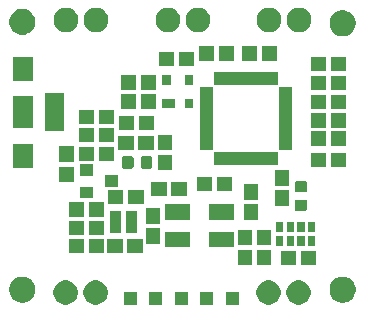
<source format=gbr>
%TF.GenerationSoftware,KiCad,Pcbnew,(5.1.6)-1*%
%TF.CreationDate,2020-12-06T14:18:51+01:00*%
%TF.ProjectId,Kicad_Smart_Watch,4b696361-645f-4536-9d61-72745f576174,rev?*%
%TF.SameCoordinates,Original*%
%TF.FileFunction,Soldermask,Top*%
%TF.FilePolarity,Negative*%
%FSLAX46Y46*%
G04 Gerber Fmt 4.6, Leading zero omitted, Abs format (unit mm)*
G04 Created by KiCad (PCBNEW (5.1.6)-1) date 2020-12-06 14:18:51*
%MOMM*%
%LPD*%
G01*
G04 APERTURE LIST*
%ADD10C,0.100000*%
G04 APERTURE END LIST*
D10*
G36*
X102354200Y-96423300D02*
G01*
X101252200Y-96423300D01*
X101252200Y-95321300D01*
X102354200Y-95321300D01*
X102354200Y-96423300D01*
G37*
G36*
X104513200Y-96423300D02*
G01*
X103411200Y-96423300D01*
X103411200Y-95321300D01*
X104513200Y-95321300D01*
X104513200Y-96423300D01*
G37*
G36*
X106697600Y-96423300D02*
G01*
X105595600Y-96423300D01*
X105595600Y-95321300D01*
X106697600Y-95321300D01*
X106697600Y-96423300D01*
G37*
G36*
X100169800Y-96423300D02*
G01*
X99067800Y-96423300D01*
X99067800Y-95321300D01*
X100169800Y-95321300D01*
X100169800Y-96423300D01*
G37*
G36*
X98010800Y-96423300D02*
G01*
X96908800Y-96423300D01*
X96908800Y-95321300D01*
X98010800Y-95321300D01*
X98010800Y-96423300D01*
G37*
G36*
X112012965Y-94375620D02*
G01*
X112202488Y-94454123D01*
X112373054Y-94568092D01*
X112518108Y-94713146D01*
X112518109Y-94713148D01*
X112632078Y-94883714D01*
X112710580Y-95073235D01*
X112742049Y-95231439D01*
X112750600Y-95274431D01*
X112750600Y-95479569D01*
X112710580Y-95680765D01*
X112632077Y-95870288D01*
X112518108Y-96040854D01*
X112373054Y-96185908D01*
X112202488Y-96299877D01*
X112202487Y-96299878D01*
X112202486Y-96299878D01*
X112012965Y-96378380D01*
X111811770Y-96418400D01*
X111606630Y-96418400D01*
X111405435Y-96378380D01*
X111215914Y-96299878D01*
X111215913Y-96299878D01*
X111215912Y-96299877D01*
X111045346Y-96185908D01*
X110900292Y-96040854D01*
X110786323Y-95870288D01*
X110707820Y-95680765D01*
X110667800Y-95479569D01*
X110667800Y-95274431D01*
X110676352Y-95231439D01*
X110707820Y-95073235D01*
X110786322Y-94883714D01*
X110900291Y-94713148D01*
X110900292Y-94713146D01*
X111045346Y-94568092D01*
X111215912Y-94454123D01*
X111405435Y-94375620D01*
X111606630Y-94335600D01*
X111811770Y-94335600D01*
X112012965Y-94375620D01*
G37*
G36*
X92302565Y-94375620D02*
G01*
X92492088Y-94454123D01*
X92662654Y-94568092D01*
X92807708Y-94713146D01*
X92807709Y-94713148D01*
X92921678Y-94883714D01*
X93000180Y-95073235D01*
X93031649Y-95231439D01*
X93040200Y-95274431D01*
X93040200Y-95479569D01*
X93000180Y-95680765D01*
X92921677Y-95870288D01*
X92807708Y-96040854D01*
X92662654Y-96185908D01*
X92492088Y-96299877D01*
X92492087Y-96299878D01*
X92492086Y-96299878D01*
X92302565Y-96378380D01*
X92101370Y-96418400D01*
X91896230Y-96418400D01*
X91695035Y-96378380D01*
X91505514Y-96299878D01*
X91505513Y-96299878D01*
X91505512Y-96299877D01*
X91334946Y-96185908D01*
X91189892Y-96040854D01*
X91075923Y-95870288D01*
X90997420Y-95680765D01*
X90957400Y-95479569D01*
X90957400Y-95274431D01*
X90965952Y-95231439D01*
X90997420Y-95073235D01*
X91075922Y-94883714D01*
X91189891Y-94713148D01*
X91189892Y-94713146D01*
X91334946Y-94568092D01*
X91505512Y-94454123D01*
X91695035Y-94375620D01*
X91896230Y-94335600D01*
X92101370Y-94335600D01*
X92302565Y-94375620D01*
G37*
G36*
X94842565Y-94375620D02*
G01*
X95032088Y-94454123D01*
X95202654Y-94568092D01*
X95347708Y-94713146D01*
X95347709Y-94713148D01*
X95461678Y-94883714D01*
X95540180Y-95073235D01*
X95571649Y-95231439D01*
X95580200Y-95274431D01*
X95580200Y-95479569D01*
X95540180Y-95680765D01*
X95461677Y-95870288D01*
X95347708Y-96040854D01*
X95202654Y-96185908D01*
X95032088Y-96299877D01*
X95032087Y-96299878D01*
X95032086Y-96299878D01*
X94842565Y-96378380D01*
X94641370Y-96418400D01*
X94436230Y-96418400D01*
X94235035Y-96378380D01*
X94045514Y-96299878D01*
X94045513Y-96299878D01*
X94045512Y-96299877D01*
X93874946Y-96185908D01*
X93729892Y-96040854D01*
X93615923Y-95870288D01*
X93537420Y-95680765D01*
X93497400Y-95479569D01*
X93497400Y-95274431D01*
X93505952Y-95231439D01*
X93537420Y-95073235D01*
X93615922Y-94883714D01*
X93729891Y-94713148D01*
X93729892Y-94713146D01*
X93874946Y-94568092D01*
X94045512Y-94454123D01*
X94235035Y-94375620D01*
X94436230Y-94335600D01*
X94641370Y-94335600D01*
X94842565Y-94375620D01*
G37*
G36*
X109472965Y-94375620D02*
G01*
X109662488Y-94454123D01*
X109833054Y-94568092D01*
X109978108Y-94713146D01*
X109978109Y-94713148D01*
X110092078Y-94883714D01*
X110170580Y-95073235D01*
X110202049Y-95231439D01*
X110210600Y-95274431D01*
X110210600Y-95479569D01*
X110170580Y-95680765D01*
X110092077Y-95870288D01*
X109978108Y-96040854D01*
X109833054Y-96185908D01*
X109662488Y-96299877D01*
X109662487Y-96299878D01*
X109662486Y-96299878D01*
X109472965Y-96378380D01*
X109271770Y-96418400D01*
X109066630Y-96418400D01*
X108865435Y-96378380D01*
X108675914Y-96299878D01*
X108675913Y-96299878D01*
X108675912Y-96299877D01*
X108505346Y-96185908D01*
X108360292Y-96040854D01*
X108246323Y-95870288D01*
X108167820Y-95680765D01*
X108127800Y-95479569D01*
X108127800Y-95274431D01*
X108136352Y-95231439D01*
X108167820Y-95073235D01*
X108246322Y-94883714D01*
X108360291Y-94713148D01*
X108360292Y-94713146D01*
X108505346Y-94568092D01*
X108675912Y-94454123D01*
X108865435Y-94375620D01*
X109066630Y-94335600D01*
X109271770Y-94335600D01*
X109472965Y-94375620D01*
G37*
G36*
X88543295Y-94043156D02*
G01*
X88649650Y-94064311D01*
X88850020Y-94147307D01*
X89030344Y-94267795D01*
X89183705Y-94421156D01*
X89304193Y-94601480D01*
X89387189Y-94801851D01*
X89429500Y-95014560D01*
X89429500Y-95231440D01*
X89387189Y-95444149D01*
X89304193Y-95644520D01*
X89183705Y-95824844D01*
X89030344Y-95978205D01*
X88850020Y-96098693D01*
X88749834Y-96140191D01*
X88649650Y-96181689D01*
X88543295Y-96202844D01*
X88436940Y-96224000D01*
X88220060Y-96224000D01*
X88113705Y-96202844D01*
X88007350Y-96181689D01*
X87806980Y-96098693D01*
X87626656Y-95978205D01*
X87473295Y-95824844D01*
X87352807Y-95644520D01*
X87269811Y-95444149D01*
X87227500Y-95231440D01*
X87227500Y-95014560D01*
X87269811Y-94801851D01*
X87352807Y-94601480D01*
X87473295Y-94421156D01*
X87626656Y-94267795D01*
X87806980Y-94147307D01*
X88007350Y-94064311D01*
X88113705Y-94043156D01*
X88220060Y-94022000D01*
X88436940Y-94022000D01*
X88543295Y-94043156D01*
G37*
G36*
X115657795Y-94043156D02*
G01*
X115764150Y-94064311D01*
X115964520Y-94147307D01*
X116144844Y-94267795D01*
X116298205Y-94421156D01*
X116418693Y-94601480D01*
X116501689Y-94801851D01*
X116544000Y-95014560D01*
X116544000Y-95231440D01*
X116501689Y-95444149D01*
X116418693Y-95644520D01*
X116298205Y-95824844D01*
X116144844Y-95978205D01*
X115964520Y-96098693D01*
X115864334Y-96140191D01*
X115764150Y-96181689D01*
X115657795Y-96202844D01*
X115551440Y-96224000D01*
X115334560Y-96224000D01*
X115228205Y-96202844D01*
X115121850Y-96181689D01*
X114921480Y-96098693D01*
X114741156Y-95978205D01*
X114587795Y-95824844D01*
X114467307Y-95644520D01*
X114384311Y-95444149D01*
X114342000Y-95231440D01*
X114342000Y-95014560D01*
X114384311Y-94801851D01*
X114467307Y-94601480D01*
X114587795Y-94421156D01*
X114741156Y-94267795D01*
X114921480Y-94147307D01*
X115121850Y-94064311D01*
X115228205Y-94043156D01*
X115334560Y-94022000D01*
X115551440Y-94022000D01*
X115657795Y-94043156D01*
G37*
G36*
X109388910Y-93082110D02*
G01*
X108187490Y-93082110D01*
X108187490Y-91779090D01*
X109388910Y-91779090D01*
X109388910Y-93082110D01*
G37*
G36*
X113232410Y-93082110D02*
G01*
X111929390Y-93082110D01*
X111929390Y-91880690D01*
X113232410Y-91880690D01*
X113232410Y-93082110D01*
G37*
G36*
X111535690Y-93082110D02*
G01*
X110232670Y-93082110D01*
X110232670Y-91880690D01*
X111535690Y-91880690D01*
X111535690Y-93082110D01*
G37*
G36*
X107814110Y-93082110D02*
G01*
X106612690Y-93082110D01*
X106612690Y-91779090D01*
X107814110Y-91779090D01*
X107814110Y-93082110D01*
G37*
G36*
X98527870Y-92066110D02*
G01*
X97224850Y-92066110D01*
X97224850Y-90864690D01*
X98527870Y-90864690D01*
X98527870Y-92066110D01*
G37*
G36*
X96831150Y-92066110D02*
G01*
X95528130Y-92066110D01*
X95528130Y-90864690D01*
X96831150Y-90864690D01*
X96831150Y-92066110D01*
G37*
G36*
X93579950Y-92066110D02*
G01*
X92276930Y-92066110D01*
X92276930Y-90864690D01*
X93579950Y-90864690D01*
X93579950Y-92066110D01*
G37*
G36*
X95276670Y-92066110D02*
G01*
X93973650Y-92066110D01*
X93973650Y-90864690D01*
X95276670Y-90864690D01*
X95276670Y-92066110D01*
G37*
G36*
X106227880Y-91512390D02*
G01*
X104124760Y-91512390D01*
X104124760Y-90209370D01*
X106227880Y-90209370D01*
X106227880Y-91512390D01*
G37*
G36*
X102529640Y-91512390D02*
G01*
X100426520Y-91512390D01*
X100426520Y-90209370D01*
X102529640Y-90209370D01*
X102529640Y-91512390D01*
G37*
G36*
X112231600Y-91475000D02*
G01*
X111629600Y-91475000D01*
X111629600Y-90573000D01*
X112231600Y-90573000D01*
X112231600Y-91475000D01*
G37*
G36*
X113131600Y-91475000D02*
G01*
X112529600Y-91475000D01*
X112529600Y-90573000D01*
X113131600Y-90573000D01*
X113131600Y-91475000D01*
G37*
G36*
X111331600Y-91475000D02*
G01*
X110729600Y-91475000D01*
X110729600Y-90573000D01*
X111331600Y-90573000D01*
X111331600Y-91475000D01*
G37*
G36*
X110431600Y-91475000D02*
G01*
X109829600Y-91475000D01*
X109829600Y-90573000D01*
X110431600Y-90573000D01*
X110431600Y-91475000D01*
G37*
G36*
X107814110Y-91385390D02*
G01*
X106612690Y-91385390D01*
X106612690Y-90082370D01*
X107814110Y-90082370D01*
X107814110Y-91385390D01*
G37*
G36*
X109388910Y-91385390D02*
G01*
X108187490Y-91385390D01*
X108187490Y-90082370D01*
X109388910Y-90082370D01*
X109388910Y-91385390D01*
G37*
G36*
X99990910Y-91238070D02*
G01*
X98789490Y-91238070D01*
X98789490Y-89935050D01*
X99990910Y-89935050D01*
X99990910Y-91238070D01*
G37*
G36*
X95276670Y-90542110D02*
G01*
X93973650Y-90542110D01*
X93973650Y-89340690D01*
X95276670Y-89340690D01*
X95276670Y-90542110D01*
G37*
G36*
X93579950Y-90542110D02*
G01*
X92276930Y-90542110D01*
X92276930Y-89340690D01*
X93579950Y-89340690D01*
X93579950Y-90542110D01*
G37*
G36*
X96697000Y-90344000D02*
G01*
X95735000Y-90344000D01*
X95735000Y-88472000D01*
X96697000Y-88472000D01*
X96697000Y-90344000D01*
G37*
G36*
X98067000Y-90344000D02*
G01*
X97105000Y-90344000D01*
X97105000Y-88472000D01*
X98067000Y-88472000D01*
X98067000Y-90344000D01*
G37*
G36*
X110431600Y-90275000D02*
G01*
X109829600Y-90275000D01*
X109829600Y-89373000D01*
X110431600Y-89373000D01*
X110431600Y-90275000D01*
G37*
G36*
X111331600Y-90275000D02*
G01*
X110729600Y-90275000D01*
X110729600Y-89373000D01*
X111331600Y-89373000D01*
X111331600Y-90275000D01*
G37*
G36*
X112231600Y-90275000D02*
G01*
X111629600Y-90275000D01*
X111629600Y-89373000D01*
X112231600Y-89373000D01*
X112231600Y-90275000D01*
G37*
G36*
X113131600Y-90275000D02*
G01*
X112529600Y-90275000D01*
X112529600Y-89373000D01*
X113131600Y-89373000D01*
X113131600Y-90275000D01*
G37*
G36*
X99990910Y-89541350D02*
G01*
X98789490Y-89541350D01*
X98789490Y-88238330D01*
X99990910Y-88238330D01*
X99990910Y-89541350D01*
G37*
G36*
X102529640Y-89216230D02*
G01*
X100426520Y-89216230D01*
X100426520Y-87913210D01*
X102529640Y-87913210D01*
X102529640Y-89216230D01*
G37*
G36*
X106227880Y-89216230D02*
G01*
X104124760Y-89216230D01*
X104124760Y-87913210D01*
X106227880Y-87913210D01*
X106227880Y-89216230D01*
G37*
G36*
X108296710Y-89206070D02*
G01*
X107095290Y-89206070D01*
X107095290Y-87903050D01*
X108296710Y-87903050D01*
X108296710Y-89206070D01*
G37*
G36*
X93579950Y-88941910D02*
G01*
X92276930Y-88941910D01*
X92276930Y-87740490D01*
X93579950Y-87740490D01*
X93579950Y-88941910D01*
G37*
G36*
X95276670Y-88941910D02*
G01*
X93973650Y-88941910D01*
X93973650Y-87740490D01*
X95276670Y-87740490D01*
X95276670Y-88941910D01*
G37*
G36*
X112291991Y-87501285D02*
G01*
X112325969Y-87511593D01*
X112357290Y-87528334D01*
X112384739Y-87550861D01*
X112407266Y-87578310D01*
X112424007Y-87609631D01*
X112434315Y-87643609D01*
X112438400Y-87685090D01*
X112438400Y-88286310D01*
X112434315Y-88327791D01*
X112424007Y-88361769D01*
X112407266Y-88393090D01*
X112384739Y-88420539D01*
X112357290Y-88443066D01*
X112325969Y-88459807D01*
X112291991Y-88470115D01*
X112250510Y-88474200D01*
X111574290Y-88474200D01*
X111532809Y-88470115D01*
X111498831Y-88459807D01*
X111467510Y-88443066D01*
X111440061Y-88420539D01*
X111417534Y-88393090D01*
X111400793Y-88361769D01*
X111390485Y-88327791D01*
X111386400Y-88286310D01*
X111386400Y-87685090D01*
X111390485Y-87643609D01*
X111400793Y-87609631D01*
X111417534Y-87578310D01*
X111440061Y-87550861D01*
X111467510Y-87528334D01*
X111498831Y-87511593D01*
X111532809Y-87501285D01*
X111574290Y-87497200D01*
X112250510Y-87497200D01*
X112291991Y-87501285D01*
G37*
G36*
X110912910Y-88012270D02*
G01*
X109711490Y-88012270D01*
X109711490Y-86709250D01*
X110912910Y-86709250D01*
X110912910Y-88012270D01*
G37*
G36*
X96894650Y-87913210D02*
G01*
X95591630Y-87913210D01*
X95591630Y-86711790D01*
X96894650Y-86711790D01*
X96894650Y-87913210D01*
G37*
G36*
X98591370Y-87913210D02*
G01*
X97288350Y-87913210D01*
X97288350Y-86711790D01*
X98591370Y-86711790D01*
X98591370Y-87913210D01*
G37*
G36*
X108296710Y-87509350D02*
G01*
X107095290Y-87509350D01*
X107095290Y-86206330D01*
X108296710Y-86206330D01*
X108296710Y-87509350D01*
G37*
G36*
X94320360Y-87403940D02*
G01*
X93218000Y-87403940D01*
X93218000Y-86403180D01*
X94320360Y-86403180D01*
X94320360Y-87403940D01*
G37*
G36*
X100564950Y-87189310D02*
G01*
X99261930Y-87189310D01*
X99261930Y-85987890D01*
X100564950Y-85987890D01*
X100564950Y-87189310D01*
G37*
G36*
X102261670Y-87189310D02*
G01*
X100958650Y-87189310D01*
X100958650Y-85987890D01*
X102261670Y-85987890D01*
X102261670Y-87189310D01*
G37*
G36*
X112291991Y-85926285D02*
G01*
X112325969Y-85936593D01*
X112357290Y-85953334D01*
X112384739Y-85975861D01*
X112407266Y-86003310D01*
X112424007Y-86034631D01*
X112434315Y-86068609D01*
X112438400Y-86110090D01*
X112438400Y-86711310D01*
X112434315Y-86752791D01*
X112424007Y-86786769D01*
X112407266Y-86818090D01*
X112384739Y-86845539D01*
X112357290Y-86868066D01*
X112325969Y-86884807D01*
X112291991Y-86895115D01*
X112250510Y-86899200D01*
X111574290Y-86899200D01*
X111532809Y-86895115D01*
X111498831Y-86884807D01*
X111467510Y-86868066D01*
X111440061Y-86845539D01*
X111417534Y-86818090D01*
X111400793Y-86786769D01*
X111390485Y-86752791D01*
X111386400Y-86711310D01*
X111386400Y-86110090D01*
X111390485Y-86068609D01*
X111400793Y-86034631D01*
X111417534Y-86003310D01*
X111440061Y-85975861D01*
X111467510Y-85953334D01*
X111498831Y-85936593D01*
X111532809Y-85926285D01*
X111574290Y-85922200D01*
X112250510Y-85922200D01*
X112291991Y-85926285D01*
G37*
G36*
X106122470Y-86808310D02*
G01*
X104819450Y-86808310D01*
X104819450Y-85606890D01*
X106122470Y-85606890D01*
X106122470Y-86808310D01*
G37*
G36*
X104425750Y-86808310D02*
G01*
X103122730Y-86808310D01*
X103122730Y-85606890D01*
X104425750Y-85606890D01*
X104425750Y-86808310D01*
G37*
G36*
X96418400Y-86453980D02*
G01*
X95316040Y-86453980D01*
X95316040Y-85453220D01*
X96418400Y-85453220D01*
X96418400Y-86453980D01*
G37*
G36*
X110912910Y-86315550D02*
G01*
X109711490Y-86315550D01*
X109711490Y-85012530D01*
X110912910Y-85012530D01*
X110912910Y-86315550D01*
G37*
G36*
X92675710Y-86005670D02*
G01*
X91474290Y-86005670D01*
X91474290Y-84702650D01*
X92675710Y-84702650D01*
X92675710Y-86005670D01*
G37*
G36*
X94320360Y-85504020D02*
G01*
X93218000Y-85504020D01*
X93218000Y-84503260D01*
X94320360Y-84503260D01*
X94320360Y-85504020D01*
G37*
G36*
X100981510Y-85025210D02*
G01*
X99780090Y-85025210D01*
X99780090Y-83722190D01*
X100981510Y-83722190D01*
X100981510Y-85025210D01*
G37*
G36*
X97598591Y-83831485D02*
G01*
X97632569Y-83841793D01*
X97663890Y-83858534D01*
X97691339Y-83881061D01*
X97713866Y-83908510D01*
X97730607Y-83939831D01*
X97740915Y-83973809D01*
X97745000Y-84015290D01*
X97745000Y-84691510D01*
X97740915Y-84732991D01*
X97730607Y-84766969D01*
X97713866Y-84798290D01*
X97691339Y-84825739D01*
X97663890Y-84848266D01*
X97632569Y-84865007D01*
X97598591Y-84875315D01*
X97557110Y-84879400D01*
X96955890Y-84879400D01*
X96914409Y-84875315D01*
X96880431Y-84865007D01*
X96849110Y-84848266D01*
X96821661Y-84825739D01*
X96799134Y-84798290D01*
X96782393Y-84766969D01*
X96772085Y-84732991D01*
X96768000Y-84691510D01*
X96768000Y-84015290D01*
X96772085Y-83973809D01*
X96782393Y-83939831D01*
X96799134Y-83908510D01*
X96821661Y-83881061D01*
X96849110Y-83858534D01*
X96880431Y-83841793D01*
X96914409Y-83831485D01*
X96955890Y-83827400D01*
X97557110Y-83827400D01*
X97598591Y-83831485D01*
G37*
G36*
X99173591Y-83831485D02*
G01*
X99207569Y-83841793D01*
X99238890Y-83858534D01*
X99266339Y-83881061D01*
X99288866Y-83908510D01*
X99305607Y-83939831D01*
X99315915Y-83973809D01*
X99320000Y-84015290D01*
X99320000Y-84691510D01*
X99315915Y-84732991D01*
X99305607Y-84766969D01*
X99288866Y-84798290D01*
X99266339Y-84825739D01*
X99238890Y-84848266D01*
X99207569Y-84865007D01*
X99173591Y-84875315D01*
X99132110Y-84879400D01*
X98530890Y-84879400D01*
X98489409Y-84875315D01*
X98455431Y-84865007D01*
X98424110Y-84848266D01*
X98396661Y-84825739D01*
X98374134Y-84798290D01*
X98357393Y-84766969D01*
X98347085Y-84732991D01*
X98343000Y-84691510D01*
X98343000Y-84015290D01*
X98347085Y-83973809D01*
X98357393Y-83939831D01*
X98374134Y-83908510D01*
X98396661Y-83881061D01*
X98424110Y-83858534D01*
X98455431Y-83841793D01*
X98489409Y-83831485D01*
X98530890Y-83827400D01*
X99132110Y-83827400D01*
X99173591Y-83831485D01*
G37*
G36*
X89242900Y-84790280D02*
G01*
X87541100Y-84790280D01*
X87541100Y-82788760D01*
X89242900Y-82788760D01*
X89242900Y-84790280D01*
G37*
G36*
X115749070Y-84750910D02*
G01*
X114446050Y-84750910D01*
X114446050Y-83549490D01*
X115749070Y-83549490D01*
X115749070Y-84750910D01*
G37*
G36*
X114052350Y-84750910D02*
G01*
X112749330Y-84750910D01*
X112749330Y-83549490D01*
X114052350Y-83549490D01*
X114052350Y-84750910D01*
G37*
G36*
X109957900Y-83438299D02*
G01*
X109957900Y-84548300D01*
X104595900Y-84548300D01*
X104595900Y-83438299D01*
X104595682Y-83436082D01*
X104597899Y-83436300D01*
X109955901Y-83436300D01*
X109958118Y-83436082D01*
X109957900Y-83438299D01*
G37*
G36*
X92675710Y-84308950D02*
G01*
X91474290Y-84308950D01*
X91474290Y-83005930D01*
X92675710Y-83005930D01*
X92675710Y-84308950D01*
G37*
G36*
X96127570Y-84217510D02*
G01*
X94824550Y-84217510D01*
X94824550Y-83016090D01*
X96127570Y-83016090D01*
X96127570Y-84217510D01*
G37*
G36*
X94430850Y-84217510D02*
G01*
X93127830Y-84217510D01*
X93127830Y-83016090D01*
X94430850Y-83016090D01*
X94430850Y-84217510D01*
G37*
G36*
X100981510Y-83328490D02*
G01*
X99780090Y-83328490D01*
X99780090Y-82025470D01*
X100981510Y-82025470D01*
X100981510Y-83328490D01*
G37*
G36*
X104472900Y-77953299D02*
G01*
X104472900Y-83311301D01*
X104473118Y-83313518D01*
X104470901Y-83313300D01*
X103360900Y-83313300D01*
X103360900Y-77951300D01*
X104470901Y-77951300D01*
X104473118Y-77951082D01*
X104472900Y-77953299D01*
G37*
G36*
X110082899Y-77951300D02*
G01*
X111192900Y-77951300D01*
X111192900Y-83313300D01*
X110082899Y-83313300D01*
X110080682Y-83313518D01*
X110080900Y-83311301D01*
X110080900Y-77953299D01*
X110080682Y-77951082D01*
X110082899Y-77951300D01*
G37*
G36*
X99465810Y-83303110D02*
G01*
X98162790Y-83303110D01*
X98162790Y-82101690D01*
X99465810Y-82101690D01*
X99465810Y-83303110D01*
G37*
G36*
X97769090Y-83303110D02*
G01*
X96466070Y-83303110D01*
X96466070Y-82101690D01*
X97769090Y-82101690D01*
X97769090Y-83303110D01*
G37*
G36*
X115749070Y-82934810D02*
G01*
X114446050Y-82934810D01*
X114446050Y-81733390D01*
X115749070Y-81733390D01*
X115749070Y-82934810D01*
G37*
G36*
X114052350Y-82934810D02*
G01*
X112749330Y-82934810D01*
X112749330Y-81733390D01*
X114052350Y-81733390D01*
X114052350Y-82934810D01*
G37*
G36*
X94430850Y-82617310D02*
G01*
X93127830Y-82617310D01*
X93127830Y-81415890D01*
X94430850Y-81415890D01*
X94430850Y-82617310D01*
G37*
G36*
X96127570Y-82617310D02*
G01*
X94824550Y-82617310D01*
X94824550Y-81415890D01*
X96127570Y-81415890D01*
X96127570Y-82617310D01*
G37*
G36*
X91890850Y-81710530D02*
G01*
X90288110Y-81710530D01*
X90288110Y-78512670D01*
X91890850Y-78512670D01*
X91890850Y-81710530D01*
G37*
G36*
X97796350Y-81626710D02*
G01*
X96493330Y-81626710D01*
X96493330Y-80425290D01*
X97796350Y-80425290D01*
X97796350Y-81626710D01*
G37*
G36*
X99493070Y-81626710D02*
G01*
X98190050Y-81626710D01*
X98190050Y-80425290D01*
X99493070Y-80425290D01*
X99493070Y-81626710D01*
G37*
G36*
X89242900Y-81462880D02*
G01*
X87541100Y-81462880D01*
X87541100Y-78760320D01*
X89242900Y-78760320D01*
X89242900Y-81462880D01*
G37*
G36*
X114052350Y-81410810D02*
G01*
X112749330Y-81410810D01*
X112749330Y-80209390D01*
X114052350Y-80209390D01*
X114052350Y-81410810D01*
G37*
G36*
X115749070Y-81410810D02*
G01*
X114446050Y-81410810D01*
X114446050Y-80209390D01*
X115749070Y-80209390D01*
X115749070Y-81410810D01*
G37*
G36*
X94430850Y-81118710D02*
G01*
X93127830Y-81118710D01*
X93127830Y-79917290D01*
X94430850Y-79917290D01*
X94430850Y-81118710D01*
G37*
G36*
X96127570Y-81118710D02*
G01*
X94824550Y-81118710D01*
X94824550Y-79917290D01*
X96127570Y-79917290D01*
X96127570Y-81118710D01*
G37*
G36*
X115749070Y-79823310D02*
G01*
X114446050Y-79823310D01*
X114446050Y-78621890D01*
X115749070Y-78621890D01*
X115749070Y-79823310D01*
G37*
G36*
X114052350Y-79823310D02*
G01*
X112749330Y-79823310D01*
X112749330Y-78621890D01*
X114052350Y-78621890D01*
X114052350Y-79823310D01*
G37*
G36*
X99670870Y-79797910D02*
G01*
X98367850Y-79797910D01*
X98367850Y-78596490D01*
X99670870Y-78596490D01*
X99670870Y-79797910D01*
G37*
G36*
X97974150Y-79797910D02*
G01*
X96671130Y-79797910D01*
X96671130Y-78596490D01*
X97974150Y-78596490D01*
X97974150Y-79797910D01*
G37*
G36*
X102799400Y-79785400D02*
G01*
X102097400Y-79785400D01*
X102097400Y-78983400D01*
X102799400Y-78983400D01*
X102799400Y-79785400D01*
G37*
G36*
X101299400Y-79785400D02*
G01*
X100197400Y-79785400D01*
X100197400Y-78983400D01*
X101299400Y-78983400D01*
X101299400Y-79785400D01*
G37*
G36*
X114052350Y-78235810D02*
G01*
X112749330Y-78235810D01*
X112749330Y-77034390D01*
X114052350Y-77034390D01*
X114052350Y-78235810D01*
G37*
G36*
X115749070Y-78235810D02*
G01*
X114446050Y-78235810D01*
X114446050Y-77034390D01*
X115749070Y-77034390D01*
X115749070Y-78235810D01*
G37*
G36*
X99670870Y-78197710D02*
G01*
X98367850Y-78197710D01*
X98367850Y-76996290D01*
X99670870Y-76996290D01*
X99670870Y-78197710D01*
G37*
G36*
X97974150Y-78197710D02*
G01*
X96671130Y-78197710D01*
X96671130Y-76996290D01*
X97974150Y-76996290D01*
X97974150Y-78197710D01*
G37*
G36*
X109957900Y-77826301D02*
G01*
X109958118Y-77828518D01*
X109955901Y-77828300D01*
X104597899Y-77828300D01*
X104595682Y-77828518D01*
X104595900Y-77826301D01*
X104595900Y-76716300D01*
X109957900Y-76716300D01*
X109957900Y-77826301D01*
G37*
G36*
X100899400Y-77785400D02*
G01*
X100197400Y-77785400D01*
X100197400Y-76983400D01*
X100899400Y-76983400D01*
X100899400Y-77785400D01*
G37*
G36*
X102799400Y-77785400D02*
G01*
X102097400Y-77785400D01*
X102097400Y-76983400D01*
X102799400Y-76983400D01*
X102799400Y-77785400D01*
G37*
G36*
X89242900Y-77434440D02*
G01*
X87541100Y-77434440D01*
X87541100Y-75432920D01*
X89242900Y-75432920D01*
X89242900Y-77434440D01*
G37*
G36*
X115749070Y-76648310D02*
G01*
X114446050Y-76648310D01*
X114446050Y-75446890D01*
X115749070Y-75446890D01*
X115749070Y-76648310D01*
G37*
G36*
X114052350Y-76648310D02*
G01*
X112749330Y-76648310D01*
X112749330Y-75446890D01*
X114052350Y-75446890D01*
X114052350Y-76648310D01*
G37*
G36*
X101199950Y-76191110D02*
G01*
X99896930Y-76191110D01*
X99896930Y-74989690D01*
X101199950Y-74989690D01*
X101199950Y-76191110D01*
G37*
G36*
X102896670Y-76191110D02*
G01*
X101593650Y-76191110D01*
X101593650Y-74989690D01*
X102896670Y-74989690D01*
X102896670Y-76191110D01*
G37*
G36*
X104552750Y-75733910D02*
G01*
X103249730Y-75733910D01*
X103249730Y-74532490D01*
X104552750Y-74532490D01*
X104552750Y-75733910D01*
G37*
G36*
X106249470Y-75733910D02*
G01*
X104946450Y-75733910D01*
X104946450Y-74532490D01*
X106249470Y-74532490D01*
X106249470Y-75733910D01*
G37*
G36*
X108235750Y-75733910D02*
G01*
X106932730Y-75733910D01*
X106932730Y-74532490D01*
X108235750Y-74532490D01*
X108235750Y-75733910D01*
G37*
G36*
X109932470Y-75733910D02*
G01*
X108629450Y-75733910D01*
X108629450Y-74532490D01*
X109932470Y-74532490D01*
X109932470Y-75733910D01*
G37*
G36*
X115606775Y-71477807D02*
G01*
X115764150Y-71509111D01*
X115964520Y-71592107D01*
X116144844Y-71712595D01*
X116298205Y-71865956D01*
X116418693Y-72046280D01*
X116501689Y-72246651D01*
X116544000Y-72459360D01*
X116544000Y-72676240D01*
X116501689Y-72888949D01*
X116418693Y-73089320D01*
X116298205Y-73269644D01*
X116144844Y-73423005D01*
X115964520Y-73543493D01*
X115764150Y-73626489D01*
X115657795Y-73647644D01*
X115551440Y-73668800D01*
X115334560Y-73668800D01*
X115228205Y-73647644D01*
X115121850Y-73626489D01*
X114921480Y-73543493D01*
X114741156Y-73423005D01*
X114587795Y-73269644D01*
X114467307Y-73089320D01*
X114384311Y-72888949D01*
X114342000Y-72676240D01*
X114342000Y-72459360D01*
X114384311Y-72246651D01*
X114467307Y-72046280D01*
X114587795Y-71865956D01*
X114741156Y-71712595D01*
X114921480Y-71592107D01*
X115021666Y-71550609D01*
X115121850Y-71509111D01*
X115279225Y-71477807D01*
X115334560Y-71466800D01*
X115551440Y-71466800D01*
X115606775Y-71477807D01*
G37*
G36*
X88502405Y-71365522D02*
G01*
X88649650Y-71394811D01*
X88850020Y-71477807D01*
X89030344Y-71598295D01*
X89183705Y-71751656D01*
X89304193Y-71931980D01*
X89304193Y-71931981D01*
X89387189Y-72132350D01*
X89429500Y-72345061D01*
X89429500Y-72561939D01*
X89387189Y-72774650D01*
X89304193Y-72975020D01*
X89183705Y-73155344D01*
X89030344Y-73308705D01*
X88850020Y-73429193D01*
X88649650Y-73512189D01*
X88543295Y-73533344D01*
X88436940Y-73554500D01*
X88220060Y-73554500D01*
X88113705Y-73533344D01*
X88007350Y-73512189D01*
X87806980Y-73429193D01*
X87626656Y-73308705D01*
X87473295Y-73155344D01*
X87352807Y-72975020D01*
X87269811Y-72774650D01*
X87227500Y-72561939D01*
X87227500Y-72345061D01*
X87269811Y-72132350D01*
X87352807Y-71931981D01*
X87352807Y-71931980D01*
X87473295Y-71751656D01*
X87626656Y-71598295D01*
X87806980Y-71477807D01*
X88007350Y-71394811D01*
X88154595Y-71365522D01*
X88220060Y-71352500D01*
X88436940Y-71352500D01*
X88502405Y-71365522D01*
G37*
G36*
X103503965Y-71287020D02*
G01*
X103693488Y-71365523D01*
X103864054Y-71479492D01*
X104009108Y-71624546D01*
X104123077Y-71795112D01*
X104201580Y-71984635D01*
X104241600Y-72185831D01*
X104241600Y-72390969D01*
X104201580Y-72592165D01*
X104123077Y-72781688D01*
X104009108Y-72952254D01*
X103864054Y-73097308D01*
X103693488Y-73211277D01*
X103693487Y-73211278D01*
X103693486Y-73211278D01*
X103503965Y-73289780D01*
X103302770Y-73329800D01*
X103097630Y-73329800D01*
X102896435Y-73289780D01*
X102706914Y-73211278D01*
X102706913Y-73211278D01*
X102706912Y-73211277D01*
X102536346Y-73097308D01*
X102391292Y-72952254D01*
X102277323Y-72781688D01*
X102198820Y-72592165D01*
X102158800Y-72390969D01*
X102158800Y-72185831D01*
X102198820Y-71984635D01*
X102277323Y-71795112D01*
X102391292Y-71624546D01*
X102536346Y-71479492D01*
X102706912Y-71365523D01*
X102896435Y-71287020D01*
X103097630Y-71247000D01*
X103302770Y-71247000D01*
X103503965Y-71287020D01*
G37*
G36*
X112063765Y-71287020D02*
G01*
X112253288Y-71365523D01*
X112423854Y-71479492D01*
X112568908Y-71624546D01*
X112682877Y-71795112D01*
X112761380Y-71984635D01*
X112801400Y-72185831D01*
X112801400Y-72390969D01*
X112761380Y-72592165D01*
X112682877Y-72781688D01*
X112568908Y-72952254D01*
X112423854Y-73097308D01*
X112253288Y-73211277D01*
X112253287Y-73211278D01*
X112253286Y-73211278D01*
X112063765Y-73289780D01*
X111862570Y-73329800D01*
X111657430Y-73329800D01*
X111456235Y-73289780D01*
X111266714Y-73211278D01*
X111266713Y-73211278D01*
X111266712Y-73211277D01*
X111096146Y-73097308D01*
X110951092Y-72952254D01*
X110837123Y-72781688D01*
X110758620Y-72592165D01*
X110718600Y-72390969D01*
X110718600Y-72185831D01*
X110758620Y-71984635D01*
X110837123Y-71795112D01*
X110951092Y-71624546D01*
X111096146Y-71479492D01*
X111266712Y-71365523D01*
X111456235Y-71287020D01*
X111657430Y-71247000D01*
X111862570Y-71247000D01*
X112063765Y-71287020D01*
G37*
G36*
X109523765Y-71287020D02*
G01*
X109713288Y-71365523D01*
X109883854Y-71479492D01*
X110028908Y-71624546D01*
X110142877Y-71795112D01*
X110221380Y-71984635D01*
X110261400Y-72185831D01*
X110261400Y-72390969D01*
X110221380Y-72592165D01*
X110142877Y-72781688D01*
X110028908Y-72952254D01*
X109883854Y-73097308D01*
X109713288Y-73211277D01*
X109713287Y-73211278D01*
X109713286Y-73211278D01*
X109523765Y-73289780D01*
X109322570Y-73329800D01*
X109117430Y-73329800D01*
X108916235Y-73289780D01*
X108726714Y-73211278D01*
X108726713Y-73211278D01*
X108726712Y-73211277D01*
X108556146Y-73097308D01*
X108411092Y-72952254D01*
X108297123Y-72781688D01*
X108218620Y-72592165D01*
X108178600Y-72390969D01*
X108178600Y-72185831D01*
X108218620Y-71984635D01*
X108297123Y-71795112D01*
X108411092Y-71624546D01*
X108556146Y-71479492D01*
X108726712Y-71365523D01*
X108916235Y-71287020D01*
X109117430Y-71247000D01*
X109322570Y-71247000D01*
X109523765Y-71287020D01*
G37*
G36*
X100963965Y-71287020D02*
G01*
X101153488Y-71365523D01*
X101324054Y-71479492D01*
X101469108Y-71624546D01*
X101583077Y-71795112D01*
X101661580Y-71984635D01*
X101701600Y-72185831D01*
X101701600Y-72390969D01*
X101661580Y-72592165D01*
X101583077Y-72781688D01*
X101469108Y-72952254D01*
X101324054Y-73097308D01*
X101153488Y-73211277D01*
X101153487Y-73211278D01*
X101153486Y-73211278D01*
X100963965Y-73289780D01*
X100762770Y-73329800D01*
X100557630Y-73329800D01*
X100356435Y-73289780D01*
X100166914Y-73211278D01*
X100166913Y-73211278D01*
X100166912Y-73211277D01*
X99996346Y-73097308D01*
X99851292Y-72952254D01*
X99737323Y-72781688D01*
X99658820Y-72592165D01*
X99618800Y-72390969D01*
X99618800Y-72185831D01*
X99658820Y-71984635D01*
X99737323Y-71795112D01*
X99851292Y-71624546D01*
X99996346Y-71479492D01*
X100166912Y-71365523D01*
X100356435Y-71287020D01*
X100557630Y-71247000D01*
X100762770Y-71247000D01*
X100963965Y-71287020D01*
G37*
G36*
X92327965Y-71287020D02*
G01*
X92517488Y-71365523D01*
X92688054Y-71479492D01*
X92833108Y-71624546D01*
X92947077Y-71795112D01*
X93025580Y-71984635D01*
X93065600Y-72185831D01*
X93065600Y-72390969D01*
X93025580Y-72592165D01*
X92947077Y-72781688D01*
X92833108Y-72952254D01*
X92688054Y-73097308D01*
X92517488Y-73211277D01*
X92517487Y-73211278D01*
X92517486Y-73211278D01*
X92327965Y-73289780D01*
X92126770Y-73329800D01*
X91921630Y-73329800D01*
X91720435Y-73289780D01*
X91530914Y-73211278D01*
X91530913Y-73211278D01*
X91530912Y-73211277D01*
X91360346Y-73097308D01*
X91215292Y-72952254D01*
X91101323Y-72781688D01*
X91022820Y-72592165D01*
X90982800Y-72390969D01*
X90982800Y-72185831D01*
X91022820Y-71984635D01*
X91101323Y-71795112D01*
X91215292Y-71624546D01*
X91360346Y-71479492D01*
X91530912Y-71365523D01*
X91720435Y-71287020D01*
X91921630Y-71247000D01*
X92126770Y-71247000D01*
X92327965Y-71287020D01*
G37*
G36*
X94867965Y-71287020D02*
G01*
X95057488Y-71365523D01*
X95228054Y-71479492D01*
X95373108Y-71624546D01*
X95487077Y-71795112D01*
X95565580Y-71984635D01*
X95605600Y-72185831D01*
X95605600Y-72390969D01*
X95565580Y-72592165D01*
X95487077Y-72781688D01*
X95373108Y-72952254D01*
X95228054Y-73097308D01*
X95057488Y-73211277D01*
X95057487Y-73211278D01*
X95057486Y-73211278D01*
X94867965Y-73289780D01*
X94666770Y-73329800D01*
X94461630Y-73329800D01*
X94260435Y-73289780D01*
X94070914Y-73211278D01*
X94070913Y-73211278D01*
X94070912Y-73211277D01*
X93900346Y-73097308D01*
X93755292Y-72952254D01*
X93641323Y-72781688D01*
X93562820Y-72592165D01*
X93522800Y-72390969D01*
X93522800Y-72185831D01*
X93562820Y-71984635D01*
X93641323Y-71795112D01*
X93755292Y-71624546D01*
X93900346Y-71479492D01*
X94070912Y-71365523D01*
X94260435Y-71287020D01*
X94461630Y-71247000D01*
X94666770Y-71247000D01*
X94867965Y-71287020D01*
G37*
M02*

</source>
